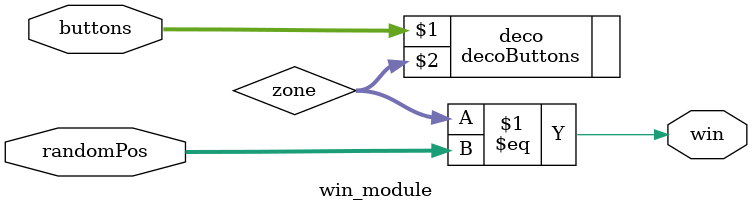
<source format=sv>
module win_module(input logic [3:0] buttons, input logic [1:0] randomPos,  output logic win);

		logic [1:0] zone;
		
		decoButtons deco(buttons, zone);		
		assign win = (zone == randomPos);
		
endmodule 
</source>
